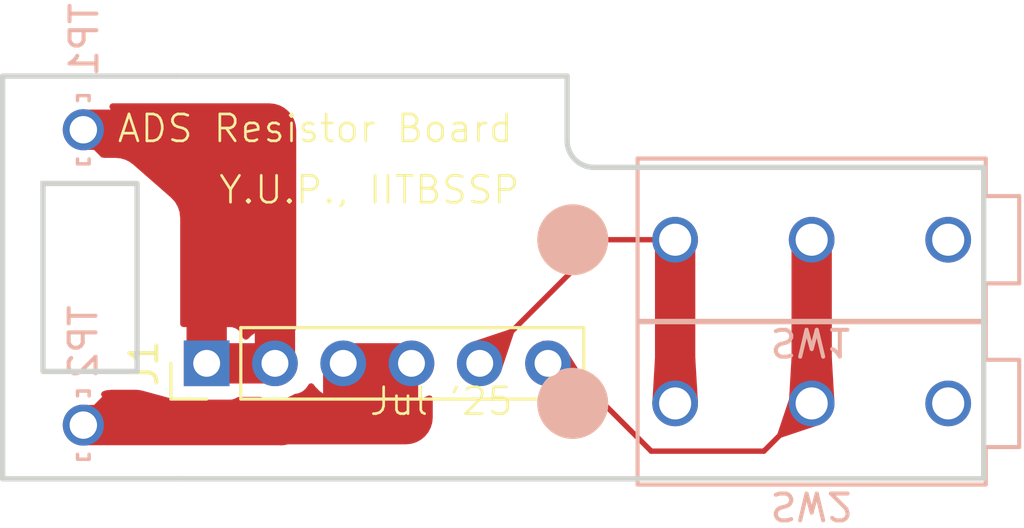
<source format=kicad_pcb>
(kicad_pcb (version 20240108) (generator "pcbnew") (generator_version "8.0")
  (layers (0 "F.Cu" signal) (31 "B.Cu" signal) (34 "B.Paste" user) (35 "F.Paste" user) (36 "B.SilkS" user "B.Silkscreen") (37 "F.SilkS" user "F.Silkscreen") (38 "B.Mask" user) (39 "F.Mask" user) (44 "Edge.Cuts" user))
  (property "ADDRESS1" "Engineering Office Wing Room 148, University of Victoria")
  (property "ADDRESS2" "3800 Finnerty Rd")
  (property "ADDRESS3" "Victoria, BC, Canada")
  (property "ADDRESS4" "V8P 5C2")
  (property "AUTHOR" "Tristan Tarnowski")
  (property "PAGESETUP" "Record=PageOptions¦CenterHorizontal=True¦CenterVertical=True¦PrintScale=1.00¦XCorrection=1.00¦YCorrection=1.00¦PrintKind=1¦BorderSize=5000000¦LeftOffset=0¦BottomOffset=0¦Orientation=2¦PaperLength=1000¦PaperWidth=1000¦Scale=100¦PaperSource=7¦PrintQuality=-4¦MediaType=1¦DitherType=10¦PaperKind=Ledger¦PrintScaleMode=1")
  (property "SUBTITLE" "Subtitle")
  (net 0 "")
  (net 1 "/DeployerDetectionSWIN")
  (net 2 "/BurnWireIN")
  (net 3 "/DeployerDetectionSWOUT")
  (net 4 "/GND")
  (footprint "Connector_PinHeader_2.54mm:PinHeader_1x06_P2.54mm_Vertical" (layer "F.Cu") (at 123.5351 73.385552 90)
    (property "Reference" "J1" (at 0 -2.33 90) (layer "F.SilkS"))
    (property "Value" "Conn_01x06_Pin" (hide yes))
    (fp_line (start -1.33 -1.33) (end 0 -1.33) (stroke (width 0.12)) (layer "F.SilkS"))
    (fp_line (start -1.33 0) (end -1.33 -1.33) (stroke (width 0.12)) (layer "F.SilkS"))
    (fp_line (start 1.33 1.27) (end 1.33 14.03) (stroke (width 0.12)) (layer "F.SilkS"))
    (fp_line (start -1.33 1.27) (end 1.33 1.27) (stroke (width 0.12)) (layer "F.SilkS"))
    (fp_line (start -1.33 1.27) (end -1.33 14.03) (stroke (width 0.12)) (layer "F.SilkS"))
    (fp_line (start -1.33 14.03) (end 1.33 14.03) (stroke (width 0.12)) (layer "F.SilkS"))
    (pad "1" thru_hole rect (at 0 0 90) (size 1.7 1.7) (drill 1) (layers "*.Cu" "*.Mask") (net 2 "/BurnWireIN"))
    (pad "2" thru_hole oval (at 0 2.54 90) (size 1.7 1.7) (drill 1) (layers "*.Cu" "*.Mask") (net 2 "/BurnWireIN"))
    (pad "3" thru_hole oval (at 0 5.08 90) (size 1.7 1.7) (drill 1) (layers "*.Cu" "*.Mask") (net 4 "/GND"))
    (pad "4" thru_hole oval (at 0 7.62 90) (size 1.7 1.7) (drill 1) (layers "*.Cu" "*.Mask") (net 4 "/GND"))
    (pad "5" thru_hole oval (at 0 10.16 90) (size 1.7 1.7) (drill 1) (layers "*.Cu" "*.Mask") (net 1 "/DeployerDetectionSWIN"))
    (pad "6" thru_hole oval (at 0 12.7 90) (size 1.7 1.7) (drill 1) (layers "*.Cu" "*.Mask") (net 3 "/DeployerDetectionSWOUT"))
  )
  (footprint "5021:TP_5021" (layer "B.Cu") (at 118.9451 64.6856 -90)
    (property "Reference" "TP1" (at -3.35 -0.032 90) (layer "B.SilkS") (effects (justify mirror)))
    (property "Value" "5021" (hide yes))
    (fp_line (start -1.27 0.2159) (end -1.27 -0.2159) (stroke (width 0.127)) (layer "B.SilkS"))
    (fp_line (start -1.085 0.2159) (end -1.27 0.2159) (stroke (width 0.127)) (layer "B.SilkS"))
    (fp_line (start 1.27 0.2159) (end 1.085 0.2159) (stroke (width 0.127)) (layer "B.SilkS"))
    (fp_line (start -1.27 -0.2159) (end -1.085 -0.2159) (stroke (width 0.127)) (layer "B.SilkS"))
    (fp_line (start 1.085 -0.2159) (end 1.27 -0.2159) (stroke (width 0.127)) (layer "B.SilkS"))
    (fp_line (start 1.27 -0.2159) (end 1.27 0.2159) (stroke (width 0.127)) (layer "B.SilkS"))
    (pad "TP" thru_hole circle (at 0 0 270) (size 1.53 1.53) (drill 1.02) (layers "*.Cu" "*.Mask") (net 2 "/BurnWireIN"))
  )
  (footprint "D2F-L:D2F-L_OMR" (layer "B.Cu") (at 140.9651 68.7816)
    (property "Reference" "SW1" (at 5.08 3.81 180) (layer "B.SilkS") (effects (justify mirror)))
    (property "Value" "SW_SPDT")
    (fp_line (start -1.397 -3.0226) (end 11.557 -3.0226) (stroke (width 0.1524)) (layer "B.SilkS"))
    (fp_line (start -1.397 3.0226) (end -1.397 -3.0226) (stroke (width 0.1524)) (layer "B.SilkS"))
    (fp_line (start 11.557 -3.0226) (end 11.557 -1.6256) (stroke (width 0.1524)) (layer "B.SilkS"))
    (fp_line (start 11.557 -1.6256) (end 12.8016 -1.6256) (stroke (width 0.1524)) (layer "B.SilkS"))
    (fp_line (start 11.557 1.6256) (end 11.557 3.0226) (stroke (width 0.1524)) (layer "B.SilkS"))
    (fp_line (start 11.557 3.0226) (end -1.397 3.0226) (stroke (width 0.1524)) (layer "B.SilkS"))
    (fp_line (start 12.8016 -1.6256) (end 12.8016 1.6256) (stroke (width 0.1524)) (layer "B.SilkS"))
    (fp_line (start 12.8016 1.6256) (end 11.557 1.6256) (stroke (width 0.1524)) (layer "B.SilkS"))
    (fp_circle (center -3.81 0) (end -3.81 1.27) (stroke (width 0.1)) (fill solid) (layer "B.SilkS"))
    (fp_circle (center -3.81 0) (end -2.54 0) (stroke (width 0.1)) (fill solid) (layer "F.SilkS"))
    (pad "1" thru_hole circle (at 0 0) (size 1.7018 1.7018) (drill 1.1938) (layers "*.Cu" "*.Mask") (net 1 "/DeployerDetectionSWIN"))
    (pad "2" thru_hole circle (at 5.08 0) (size 1.7018 1.7018) (drill 1.1938) (layers "*.Cu" "*.Mask") (net 3 "/DeployerDetectionSWOUT"))
    (pad "3" thru_hole circle (at 10.16 0) (size 1.7018 1.7018) (drill 1.1938) (layers "*.Cu" "*.Mask"))
  )
  (footprint "D2F-L:D2F-L_OMR" (layer "B.Cu") (at 140.9651 74.8776)
    (property "Reference" "SW2" (at 5.08 3.81 180) (layer "B.SilkS") (effects (justify mirror)))
    (property "Value" "SW_SPDT")
    (fp_line (start -1.397 -3.0226) (end 11.557 -3.0226) (stroke (width 0.1524)) (layer "B.SilkS"))
    (fp_line (start -1.397 3.0226) (end -1.397 -3.0226) (stroke (width 0.1524)) (layer "B.SilkS"))
    (fp_line (start 11.557 -3.0226) (end 11.557 -1.6256) (stroke (width 0.1524)) (layer "B.SilkS"))
    (fp_line (start 11.557 -1.6256) (end 12.8016 -1.6256) (stroke (width 0.1524)) (layer "B.SilkS"))
    (fp_line (start 11.557 1.6256) (end 11.557 3.0226) (stroke (width 0.1524)) (layer "B.SilkS"))
    (fp_line (start 11.557 3.0226) (end -1.397 3.0226) (stroke (width 0.1524)) (layer "B.SilkS"))
    (fp_line (start 12.8016 -1.6256) (end 12.8016 1.6256) (stroke (width 0.1524)) (layer "B.SilkS"))
    (fp_line (start 12.8016 1.6256) (end 11.557 1.6256) (stroke (width 0.1524)) (layer "B.SilkS"))
    (fp_circle (center -3.81 0) (end -3.81 1.27) (stroke (width 0.1)) (fill solid) (layer "B.SilkS"))
    (fp_circle (center -3.81 0) (end -2.54 0) (stroke (width 0.1)) (fill solid) (layer "F.SilkS"))
    (pad "1" thru_hole circle (at 0 0) (size 1.7018 1.7018) (drill 1.1938) (layers "*.Cu" "*.Mask") (net 1 "/DeployerDetectionSWIN"))
    (pad "2" thru_hole circle (at 5.08 0) (size 1.7018 1.7018) (drill 1.1938) (layers "*.Cu" "*.Mask") (net 3 "/DeployerDetectionSWOUT"))
    (pad "3" thru_hole circle (at 10.16 0) (size 1.7018 1.7018) (drill 1.1938) (layers "*.Cu" "*.Mask"))
  )
  (footprint "5021:TP_5021" (layer "B.Cu") (at 118.9451 75.6856 -90)
    (property "Reference" "TP2" (at -3.096 0 90) (layer "B.SilkS") (effects (justify mirror)))
    (property "Value" "5021" (hide yes))
    (fp_line (start -1.27 0.2159) (end -1.27 -0.2159) (stroke (width 0.127)) (layer "B.SilkS"))
    (fp_line (start -1.085 0.2159) (end -1.27 0.2159) (stroke (width 0.127)) (layer "B.SilkS"))
    (fp_line (start 1.27 0.2159) (end 1.085 0.2159) (stroke (width 0.127)) (layer "B.SilkS"))
    (fp_line (start -1.27 -0.2159) (end -1.085 -0.2159) (stroke (width 0.127)) (layer "B.SilkS"))
    (fp_line (start 1.085 -0.2159) (end 1.27 -0.2159) (stroke (width 0.127)) (layer "B.SilkS"))
    (fp_line (start 1.27 -0.2159) (end 1.27 0.2159) (stroke (width 0.127)) (layer "B.SilkS"))
    (pad "TP" thru_hole circle (at 0 0 270) (size 1.53 1.53) (drill 1.02) (layers "*.Cu" "*.Mask") (net 4 "/GND"))
  )
  (gr_rect (start 117.4451 66.6856) (end 120.9451 73.6856) (stroke (width 0.2)) (fill none) (layer "Edge.Cuts"))
  (gr_line (start 115.9451 77.6856) (end 122.4451 77.6856) (stroke (width 0.2)) (layer "Edge.Cuts"))
  (gr_line (start 152.44534 66.0856) (end 137.9451 66.0856) (stroke (width 0.2)) (layer "Edge.Cuts"))
  (gr_line (start 122.4451 77.6856) (end 152.4451 77.68536) (stroke (width 0.2)) (layer "Edge.Cuts"))
  (gr_line (start 122.4451 62.6856) (end 115.9451 62.6856) (stroke (width 0.2)) (layer "Edge.Cuts"))
  (gr_line (start 136.9451 65.0856) (end 136.9451 62.6856) (stroke (width 0.2)) (layer "Edge.Cuts"))
  (gr_arc (start 137.9451 66.0856) (mid 137.237993 65.792707) (end 136.9451 65.0856) (stroke (width 0.2)) (layer "Edge.Cuts"))
  (gr_line (start 115.9451 62.6856) (end 115.9451 77.6856) (stroke (width 0.2)) (layer "Edge.Cuts"))
  (gr_line (start 152.4451 77.68536) (end 152.4451 66.0856) (stroke (width 0.2)) (layer "Edge.Cuts"))
  (gr_line (start 136.9451 62.6856) (end 122.4451 62.6856) (stroke (width 0.2)) (layer "Edge.Cuts"))
  (gr_text "Y.U.P., IITBSSP" (at 135.2491 67.5116 0) (layer "F.SilkS") (effects (font (size 1 1) (thickness 0.1)) (justify right bottom)))
  (gr_text "ADS Resistor Board" (at 134.9951 65.2256 0) (layer "F.SilkS") (effects (font (size 1 1) (thickness 0.1)) (justify right bottom)))
  (gr_text "Jul '25" (at 134.9951 75.3856 0) (layer "F.SilkS") (effects (font (size 1 1) (thickness 0.1)) (justify right bottom)))
  (segment (start 140.9651 68.9856) (end 140.9651 74.7856) (width 1.5) (layer "F.Cu") (net 1))
  (segment (start 138.299052 68.7816) (end 140.9651 68.7816) (width 0.2) (layer "F.Cu") (net 1))
  (segment (start 133.6951 73.385552) (end 138.299052 68.7816) (width 0.2) (layer "F.Cu") (net 1))
  (segment (start 126.0751 71.43247) (end 126.0751 73.385552) (width 1.5) (layer "F.Cu") (net 2))
  (segment (start 123.5351 73.385552) (end 126.0751 73.385552) (width 1.5) (layer "F.Cu") (net 2))
  (segment (start 125.96423 71.3216) (end 126.0751 71.43247) (width 1.5) (layer "F.Cu") (net 2))
  (segment (start 123.5351 71.3516) (end 123.5651 71.3216) (width 1.5) (layer "F.Cu") (net 2))
  (segment (start 123.5351 73.385552) (end 123.5351 71.3516) (width 1.5) (layer "F.Cu") (net 2))
  (segment (start 120.571446 64.6856) (end 118.9451 64.6856) (width 1.5) (layer "F.Cu") (net 2))
  (segment (start 144.2671 76.6556) (end 146.0451 74.8776) (width 0.2) (layer "F.Cu") (net 3))
  (segment (start 146.0451 68.9856) (end 146.0451 74.7856) (width 1.5) (layer "F.Cu") (net 3))
  (segment (start 136.0651 72.6456) (end 140.0751 76.6556) (width 0.2) (layer "F.Cu") (net 3))
  (segment (start 140.0751 76.6556) (end 144.2671 76.6556) (width 0.2) (layer "F.Cu") (net 3))
  (segment (start 126.5161 75.4826) (end 126.3131 75.6856) (width 1.5) (layer "F.Cu") (net 4))
  (segment (start 128.6151 73.385552) (end 128.6151 75.4826) (width 1.5) (layer "F.Cu") (net 4))
  (segment (start 118.9451 75.6856) (end 126.3131 75.6856) (width 1.5) (layer "F.Cu") (net 4))
  (segment (start 128.6151 75.4826) (end 128.6451 75.5126) (width 1.5) (layer "F.Cu") (net 4))
  (segment (start 128.6151 75.4826) (end 126.5161 75.4826) (width 1.5) (layer "F.Cu") (net 4))
  (segment (start 131.1551 73.385552) (end 129.028052 75.5126) (width 1.5) (layer "F.Cu") (net 4))
  (segment (start 128.6151 73.385552) (end 131.1551 73.385552) (width 1.5) (layer "F.Cu") (net 4))
  (segment (start 129.028052 75.5126) (end 128.6451 75.5126) (width 1.5) (layer "F.Cu") (net 4))
  (zone (net 4) (net_name "/GND") (layer "F.Cu") (priority 1) (connect_pads (clearance 0.5)) (min_thickness 0.25) (fill yes (thermal_gap 0.5) (thermal_bridge_width 0.5) (smoothing fillet) (radius 1))
    (polygon (pts (xy 127.3751 73.3536) (xy 131.9471 73.3536) (xy 131.9471 76.4016) (xy 118.9931 76.4016) (xy 118.9931 74.3696) (xy 121.0251 74.3696) (xy 122.4221 74.7506) (xy 127.3751 74.4966)))
  )
  (zone (net 2) (net_name "/BurnWireIN") (layer "F.Cu") (connect_pads (clearance 0.5)) (min_thickness 0.25) (fill yes (thermal_gap 0.5) (thermal_bridge_width 0.5) (smoothing fillet) (radius 1))
    (polygon (pts (xy 118.9931 63.7016) (xy 126.8671 63.7016) (xy 126.8671 73.7346) (xy 122.5491 73.7346) (xy 122.5491 67.5116) (xy 120.5171 65.7336) (xy 118.9931 65.7336)))
  )
)
</source>
